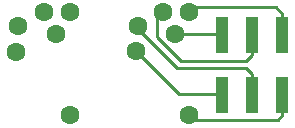
<source format=gbr>
G04 #@! TF.GenerationSoftware,KiCad,Pcbnew,(5.1.2-1)-1*
G04 #@! TF.CreationDate,2019-07-19T11:43:15-07:00*
G04 #@! TF.ProjectId,class v3 - programmer,636c6173-7320-4763-9320-2d2070726f67,rev?*
G04 #@! TF.SameCoordinates,Original*
G04 #@! TF.FileFunction,Copper,L1,Top*
G04 #@! TF.FilePolarity,Positive*
%FSLAX46Y46*%
G04 Gerber Fmt 4.6, Leading zero omitted, Abs format (unit mm)*
G04 Created by KiCad (PCBNEW (5.1.2-1)-1) date 2019-07-19 11:43:15*
%MOMM*%
%LPD*%
G04 APERTURE LIST*
%ADD10C,1.600000*%
%ADD11R,1.000000X3.150000*%
%ADD12C,0.250000*%
G04 APERTURE END LIST*
D10*
X120600000Y-89040000D03*
X125090000Y-85700000D03*
X120760000Y-86900000D03*
X122910000Y-85700000D03*
X125090000Y-94450000D03*
X123960000Y-87590000D03*
D11*
X133010000Y-87675000D03*
X133010000Y-92725000D03*
X130470000Y-87675000D03*
X130470000Y-92725000D03*
X127930000Y-87675000D03*
X127930000Y-92725000D03*
D10*
X114990000Y-85720000D03*
X113860000Y-87610000D03*
X110500000Y-89060000D03*
X114990000Y-94470000D03*
X112810000Y-85720000D03*
X110660000Y-86920000D03*
D12*
X133010000Y-92685000D02*
X133010000Y-94450000D01*
X133010000Y-94450000D02*
X132610000Y-94850000D01*
X132610000Y-94850000D02*
X125490000Y-94850000D01*
X125490000Y-94850000D02*
X125090000Y-94450000D01*
X120760000Y-87110000D02*
X120760000Y-86900000D01*
X124130000Y-90480000D02*
X120760000Y-87110000D01*
X129950000Y-90480000D02*
X124130000Y-90480000D01*
X130470000Y-92685000D02*
X130470000Y-91000000D01*
X130470000Y-91000000D02*
X129950000Y-90480000D01*
X124245000Y-92685000D02*
X120600000Y-89040000D01*
X127930000Y-92685000D02*
X124245000Y-92685000D01*
X125520000Y-85270000D02*
X125090000Y-85700000D01*
X127050000Y-85270000D02*
X125520000Y-85270000D01*
X133010000Y-87635000D02*
X133010000Y-85840000D01*
X133010000Y-85840000D02*
X132440000Y-85270000D01*
X132440000Y-85270000D02*
X126870000Y-85270000D01*
X123960000Y-87590000D02*
X127885000Y-87590000D01*
X127885000Y-87590000D02*
X127930000Y-87635000D01*
X122910000Y-85700000D02*
X122380000Y-86230000D01*
X124420000Y-89880000D02*
X129970000Y-89880000D01*
X130470000Y-89380000D02*
X130470000Y-87635000D01*
X129970000Y-89880000D02*
X130470000Y-89380000D01*
X122380000Y-86230000D02*
X122380000Y-87840000D01*
X122380000Y-87840000D02*
X124420000Y-89880000D01*
M02*

</source>
